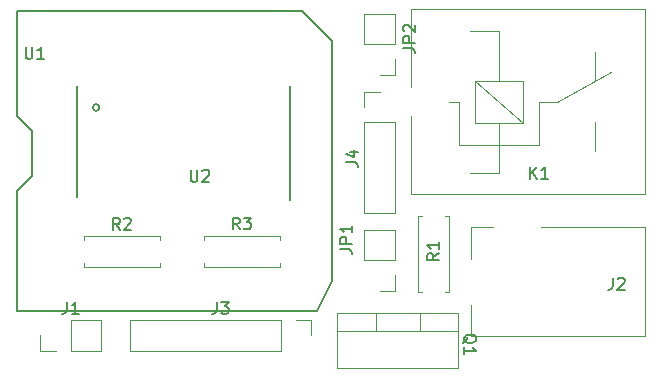
<source format=gto>
G04 #@! TF.GenerationSoftware,KiCad,Pcbnew,6.0.0-rc1-unknown-r14177-12567c75*
G04 #@! TF.CreationDate,2018-10-23T17:48:22+02:00*
G04 #@! TF.ProjectId,pcbRadon,7063625261646F6E2E6B696361645F70,rev?*
G04 #@! TF.SameCoordinates,Original*
G04 #@! TF.FileFunction,Legend,Top*
G04 #@! TF.FilePolarity,Positive*
%FSLAX46Y46*%
G04 Gerber Fmt 4.6, Leading zero omitted, Abs format (unit mm)*
G04 Created by KiCad (PCBNEW 6.0.0-rc1-unknown-r14177-12567c75) date Tue 23 Oct 2018 17:48:22 CEST*
%MOMM*%
%LPD*%
G01*
G04 APERTURE LIST*
%ADD10C,0.150000*%
%ADD11C,0.120000*%
G04 APERTURE END LIST*
D10*
G04 #@! TO.C,U1*
X130810000Y-83820000D02*
X132080000Y-83820000D01*
X130810000Y-99060000D02*
X132080000Y-97790000D01*
X130810000Y-109220000D02*
X130810000Y-99060000D01*
X156210000Y-109220000D02*
X130810000Y-109220000D01*
X157480000Y-106680000D02*
X156210000Y-109220000D01*
X157480000Y-86360000D02*
X157480000Y-106680000D01*
X154940000Y-83820000D02*
X157480000Y-86360000D01*
X132080000Y-83820000D02*
X154940000Y-83820000D01*
X130810000Y-92710000D02*
X130810000Y-83820000D01*
X132080000Y-93980000D02*
X130810000Y-92710000D01*
X132080000Y-97790000D02*
X132080000Y-93980000D01*
D11*
G04 #@! TO.C,J1*
X137982000Y-112582000D02*
X137982000Y-109922000D01*
X135382000Y-112582000D02*
X137982000Y-112582000D01*
X135382000Y-109922000D02*
X137982000Y-109922000D01*
X135382000Y-112582000D02*
X135382000Y-109922000D01*
X134112000Y-112582000D02*
X132782000Y-112582000D01*
X132782000Y-112582000D02*
X132782000Y-111252000D01*
G04 #@! TO.C,J2*
X175180000Y-102080000D02*
X183980000Y-102080000D01*
X183980000Y-102080000D02*
X183980000Y-111280000D01*
X169280000Y-104780000D02*
X169280000Y-102080000D01*
X169280000Y-102080000D02*
X171180000Y-102080000D01*
X183980000Y-111280000D02*
X169280000Y-111280000D01*
X169280000Y-111280000D02*
X169280000Y-108680000D01*
G04 #@! TO.C,J3*
X140402000Y-109922000D02*
X140402000Y-112582000D01*
X153162000Y-109922000D02*
X140402000Y-109922000D01*
X153162000Y-112582000D02*
X140402000Y-112582000D01*
X153162000Y-109922000D02*
X153162000Y-112582000D01*
X154432000Y-109922000D02*
X155762000Y-109922000D01*
X155762000Y-109922000D02*
X155762000Y-111252000D01*
G04 #@! TO.C,J4*
X160214000Y-100898000D02*
X162874000Y-100898000D01*
X160214000Y-93218000D02*
X160214000Y-100898000D01*
X162874000Y-93218000D02*
X162874000Y-100898000D01*
X160214000Y-93218000D02*
X162874000Y-93218000D01*
X160214000Y-91948000D02*
X160214000Y-90618000D01*
X160214000Y-90618000D02*
X161544000Y-90618000D01*
G04 #@! TO.C,JP1*
X162874000Y-102302000D02*
X160214000Y-102302000D01*
X162874000Y-104902000D02*
X162874000Y-102302000D01*
X160214000Y-104902000D02*
X160214000Y-102302000D01*
X162874000Y-104902000D02*
X160214000Y-104902000D01*
X162874000Y-106172000D02*
X162874000Y-107502000D01*
X162874000Y-107502000D02*
X161544000Y-107502000D01*
G04 #@! TO.C,JP2*
X162874000Y-84014000D02*
X160214000Y-84014000D01*
X162874000Y-86614000D02*
X162874000Y-84014000D01*
X160214000Y-86614000D02*
X160214000Y-84014000D01*
X162874000Y-86614000D02*
X160214000Y-86614000D01*
X162874000Y-87884000D02*
X162874000Y-89214000D01*
X162874000Y-89214000D02*
X161544000Y-89214000D01*
G04 #@! TO.C,K1*
X164208000Y-92640000D02*
X164208000Y-99240000D01*
X164208000Y-83640000D02*
X164208000Y-90240000D01*
X164208000Y-83640000D02*
X184008000Y-83640000D01*
X184008000Y-83640000D02*
X184008000Y-99240000D01*
X184008000Y-99240000D02*
X164208000Y-99240000D01*
X179758000Y-95640000D02*
X179758000Y-93190000D01*
X179758000Y-87240000D02*
X179758000Y-89740000D01*
X169158000Y-97490000D02*
X171658000Y-97490000D01*
X168258000Y-91490000D02*
X167458000Y-91490000D01*
X171658000Y-85490000D02*
X169158000Y-85490000D01*
X175058000Y-91490000D02*
X176558000Y-91490000D01*
X176558000Y-91490000D02*
X181158000Y-88990000D01*
X175058000Y-95090000D02*
X168258000Y-95090000D01*
X175058000Y-91490000D02*
X175058000Y-95090000D01*
X168258000Y-91490000D02*
X168258000Y-95090000D01*
X171658000Y-85490000D02*
X171658000Y-89690000D01*
X171658000Y-93290000D02*
X171658000Y-97490000D01*
X173658000Y-93290000D02*
X169658000Y-89690000D01*
X169658000Y-93290000D02*
X169658000Y-89690000D01*
X169658000Y-89690000D02*
X173658000Y-89690000D01*
X173658000Y-89690000D02*
X173658000Y-93290000D01*
X173658000Y-93290000D02*
X169658000Y-93290000D01*
G04 #@! TO.C,Q1*
X157948000Y-109394000D02*
X168188000Y-109394000D01*
X157948000Y-114035000D02*
X168188000Y-114035000D01*
X157948000Y-109394000D02*
X157948000Y-114035000D01*
X168188000Y-109394000D02*
X168188000Y-114035000D01*
X157948000Y-110904000D02*
X168188000Y-110904000D01*
X161218000Y-109394000D02*
X161218000Y-110904000D01*
X164919000Y-109394000D02*
X164919000Y-110904000D01*
G04 #@! TO.C,R1*
X165136000Y-107604000D02*
X164806000Y-107604000D01*
X164806000Y-107604000D02*
X164806000Y-101184000D01*
X164806000Y-101184000D02*
X165136000Y-101184000D01*
X167096000Y-107604000D02*
X167426000Y-107604000D01*
X167426000Y-107604000D02*
X167426000Y-101184000D01*
X167426000Y-101184000D02*
X167096000Y-101184000D01*
G04 #@! TO.C,R2*
X142910000Y-105120000D02*
X142910000Y-105450000D01*
X142910000Y-105450000D02*
X136490000Y-105450000D01*
X136490000Y-105450000D02*
X136490000Y-105120000D01*
X142910000Y-103160000D02*
X142910000Y-102830000D01*
X142910000Y-102830000D02*
X136490000Y-102830000D01*
X136490000Y-102830000D02*
X136490000Y-103160000D01*
G04 #@! TO.C,R3*
X146650000Y-103160000D02*
X146650000Y-102830000D01*
X146650000Y-102830000D02*
X153070000Y-102830000D01*
X153070000Y-102830000D02*
X153070000Y-103160000D01*
X146650000Y-105120000D02*
X146650000Y-105450000D01*
X146650000Y-105450000D02*
X153070000Y-105450000D01*
X153070000Y-105450000D02*
X153070000Y-105120000D01*
D10*
G04 #@! TO.C,U2*
X137824981Y-91948000D02*
G75*
G03X137824981Y-91948000I-283981J0D01*
G01*
X153924000Y-90170000D02*
X153924000Y-99822000D01*
X135890000Y-90170000D02*
X135890000Y-99568000D01*
G04 #@! TO.C,U1*
X131572095Y-86828380D02*
X131572095Y-87637904D01*
X131619714Y-87733142D01*
X131667333Y-87780761D01*
X131762571Y-87828380D01*
X131953047Y-87828380D01*
X132048285Y-87780761D01*
X132095904Y-87733142D01*
X132143523Y-87637904D01*
X132143523Y-86828380D01*
X133143523Y-87828380D02*
X132572095Y-87828380D01*
X132857809Y-87828380D02*
X132857809Y-86828380D01*
X132762571Y-86971238D01*
X132667333Y-87066476D01*
X132572095Y-87114095D01*
G04 #@! TO.C,J1*
X135048666Y-108418380D02*
X135048666Y-109132666D01*
X135001047Y-109275523D01*
X134905809Y-109370761D01*
X134762952Y-109418380D01*
X134667714Y-109418380D01*
X136048666Y-109418380D02*
X135477238Y-109418380D01*
X135762952Y-109418380D02*
X135762952Y-108418380D01*
X135667714Y-108561238D01*
X135572476Y-108656476D01*
X135477238Y-108704095D01*
G04 #@! TO.C,J2*
X181276666Y-106386380D02*
X181276666Y-107100666D01*
X181229047Y-107243523D01*
X181133809Y-107338761D01*
X180990952Y-107386380D01*
X180895714Y-107386380D01*
X181705238Y-106481619D02*
X181752857Y-106434000D01*
X181848095Y-106386380D01*
X182086190Y-106386380D01*
X182181428Y-106434000D01*
X182229047Y-106481619D01*
X182276666Y-106576857D01*
X182276666Y-106672095D01*
X182229047Y-106814952D01*
X181657619Y-107386380D01*
X182276666Y-107386380D01*
G04 #@! TO.C,J3*
X147748666Y-108418380D02*
X147748666Y-109132666D01*
X147701047Y-109275523D01*
X147605809Y-109370761D01*
X147462952Y-109418380D01*
X147367714Y-109418380D01*
X148129619Y-108418380D02*
X148748666Y-108418380D01*
X148415333Y-108799333D01*
X148558190Y-108799333D01*
X148653428Y-108846952D01*
X148701047Y-108894571D01*
X148748666Y-108989809D01*
X148748666Y-109227904D01*
X148701047Y-109323142D01*
X148653428Y-109370761D01*
X148558190Y-109418380D01*
X148272476Y-109418380D01*
X148177238Y-109370761D01*
X148129619Y-109323142D01*
G04 #@! TO.C,J4*
X158710380Y-96599333D02*
X159424666Y-96599333D01*
X159567523Y-96646952D01*
X159662761Y-96742190D01*
X159710380Y-96885047D01*
X159710380Y-96980285D01*
X159043714Y-95694571D02*
X159710380Y-95694571D01*
X158662761Y-95932666D02*
X159377047Y-96170761D01*
X159377047Y-95551714D01*
G04 #@! TO.C,JP1*
X158202380Y-103957333D02*
X158916666Y-103957333D01*
X159059523Y-104004952D01*
X159154761Y-104100190D01*
X159202380Y-104243047D01*
X159202380Y-104338285D01*
X159202380Y-103481142D02*
X158202380Y-103481142D01*
X158202380Y-103100190D01*
X158250000Y-103004952D01*
X158297619Y-102957333D01*
X158392857Y-102909714D01*
X158535714Y-102909714D01*
X158630952Y-102957333D01*
X158678571Y-103004952D01*
X158726190Y-103100190D01*
X158726190Y-103481142D01*
X159202380Y-101957333D02*
X159202380Y-102528761D01*
X159202380Y-102243047D02*
X158202380Y-102243047D01*
X158345238Y-102338285D01*
X158440476Y-102433523D01*
X158488095Y-102528761D01*
G04 #@! TO.C,JP2*
X163536380Y-86939333D02*
X164250666Y-86939333D01*
X164393523Y-86986952D01*
X164488761Y-87082190D01*
X164536380Y-87225047D01*
X164536380Y-87320285D01*
X164536380Y-86463142D02*
X163536380Y-86463142D01*
X163536380Y-86082190D01*
X163584000Y-85986952D01*
X163631619Y-85939333D01*
X163726857Y-85891714D01*
X163869714Y-85891714D01*
X163964952Y-85939333D01*
X164012571Y-85986952D01*
X164060190Y-86082190D01*
X164060190Y-86463142D01*
X163631619Y-85510761D02*
X163584000Y-85463142D01*
X163536380Y-85367904D01*
X163536380Y-85129809D01*
X163584000Y-85034571D01*
X163631619Y-84986952D01*
X163726857Y-84939333D01*
X163822095Y-84939333D01*
X163964952Y-84986952D01*
X164536380Y-85558380D01*
X164536380Y-84939333D01*
G04 #@! TO.C,K1*
X174267904Y-97988380D02*
X174267904Y-96988380D01*
X174839333Y-97988380D02*
X174410761Y-97416952D01*
X174839333Y-96988380D02*
X174267904Y-97559809D01*
X175791714Y-97988380D02*
X175220285Y-97988380D01*
X175506000Y-97988380D02*
X175506000Y-96988380D01*
X175410761Y-97131238D01*
X175315523Y-97226476D01*
X175220285Y-97274095D01*
G04 #@! TO.C,Q1*
X168616380Y-111918761D02*
X168664000Y-111823523D01*
X168759238Y-111728285D01*
X168902095Y-111585428D01*
X168949714Y-111490190D01*
X168949714Y-111394952D01*
X168711619Y-111442571D02*
X168759238Y-111347333D01*
X168854476Y-111252095D01*
X169044952Y-111204476D01*
X169378285Y-111204476D01*
X169568761Y-111252095D01*
X169664000Y-111347333D01*
X169711619Y-111442571D01*
X169711619Y-111633047D01*
X169664000Y-111728285D01*
X169568761Y-111823523D01*
X169378285Y-111871142D01*
X169044952Y-111871142D01*
X168854476Y-111823523D01*
X168759238Y-111728285D01*
X168711619Y-111633047D01*
X168711619Y-111442571D01*
X168711619Y-112823523D02*
X168711619Y-112252095D01*
X168711619Y-112537809D02*
X169711619Y-112537809D01*
X169568761Y-112442571D01*
X169473523Y-112347333D01*
X169425904Y-112252095D01*
G04 #@! TO.C,R1*
X166568380Y-104306666D02*
X166092190Y-104640000D01*
X166568380Y-104878095D02*
X165568380Y-104878095D01*
X165568380Y-104497142D01*
X165616000Y-104401904D01*
X165663619Y-104354285D01*
X165758857Y-104306666D01*
X165901714Y-104306666D01*
X165996952Y-104354285D01*
X166044571Y-104401904D01*
X166092190Y-104497142D01*
X166092190Y-104878095D01*
X166568380Y-103354285D02*
X166568380Y-103925714D01*
X166568380Y-103640000D02*
X165568380Y-103640000D01*
X165711238Y-103735238D01*
X165806476Y-103830476D01*
X165854095Y-103925714D01*
G04 #@! TO.C,R2*
X139533333Y-102306380D02*
X139200000Y-101830190D01*
X138961904Y-102306380D02*
X138961904Y-101306380D01*
X139342857Y-101306380D01*
X139438095Y-101354000D01*
X139485714Y-101401619D01*
X139533333Y-101496857D01*
X139533333Y-101639714D01*
X139485714Y-101734952D01*
X139438095Y-101782571D01*
X139342857Y-101830190D01*
X138961904Y-101830190D01*
X139914285Y-101401619D02*
X139961904Y-101354000D01*
X140057142Y-101306380D01*
X140295238Y-101306380D01*
X140390476Y-101354000D01*
X140438095Y-101401619D01*
X140485714Y-101496857D01*
X140485714Y-101592095D01*
X140438095Y-101734952D01*
X139866666Y-102306380D01*
X140485714Y-102306380D01*
G04 #@! TO.C,R3*
X149693333Y-102282380D02*
X149360000Y-101806190D01*
X149121904Y-102282380D02*
X149121904Y-101282380D01*
X149502857Y-101282380D01*
X149598095Y-101330000D01*
X149645714Y-101377619D01*
X149693333Y-101472857D01*
X149693333Y-101615714D01*
X149645714Y-101710952D01*
X149598095Y-101758571D01*
X149502857Y-101806190D01*
X149121904Y-101806190D01*
X150026666Y-101282380D02*
X150645714Y-101282380D01*
X150312380Y-101663333D01*
X150455238Y-101663333D01*
X150550476Y-101710952D01*
X150598095Y-101758571D01*
X150645714Y-101853809D01*
X150645714Y-102091904D01*
X150598095Y-102187142D01*
X150550476Y-102234761D01*
X150455238Y-102282380D01*
X150169523Y-102282380D01*
X150074285Y-102234761D01*
X150026666Y-102187142D01*
G04 #@! TO.C,U2*
X145542095Y-97242380D02*
X145542095Y-98051904D01*
X145589714Y-98147142D01*
X145637333Y-98194761D01*
X145732571Y-98242380D01*
X145923047Y-98242380D01*
X146018285Y-98194761D01*
X146065904Y-98147142D01*
X146113523Y-98051904D01*
X146113523Y-97242380D01*
X146542095Y-97337619D02*
X146589714Y-97290000D01*
X146684952Y-97242380D01*
X146923047Y-97242380D01*
X147018285Y-97290000D01*
X147065904Y-97337619D01*
X147113523Y-97432857D01*
X147113523Y-97528095D01*
X147065904Y-97670952D01*
X146494476Y-98242380D01*
X147113523Y-98242380D01*
G04 #@! TD*
M02*

</source>
